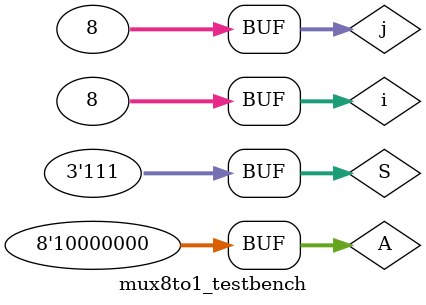
<source format=v>
`timescale 1ns / 1ps
module mux8to1_testbench();
 reg [7:0] A;
 reg [2:0] S;
 wire Y;
 mux8to1 mux(.A(A[7:0]), .S(S[2:0]), .Y(Y));
 integer i,j;
 initial begin
    A = 8'b00000000;
    S = 3'b000;
    for (i = 0; i < 8; i = i+1) begin
        A = 8'b00000001 << i;
        for (j = 0; j < 8; j=j+1) begin
            #10 S = j;
        end
    end
 end
 initial begin
    $monitor($time, " A=%b, S=%b, Y=%b", A, S, Y);
 end
endmodule

</source>
